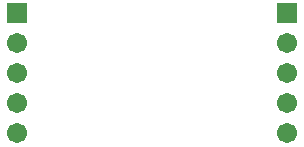
<source format=gbr>
G04 DipTrace 3.0.0.2*
G04 BottomMask.gbr*
%MOIN*%
G04 #@! TF.FileFunction,Soldermask,Bot*
G04 #@! TF.Part,Single*
%ADD27C,0.067087*%
%ADD29R,0.067087X0.067087*%
%FSLAX26Y26*%
G04*
G70*
G90*
G75*
G01*
G04 BotMask*
%LPD*%
D29*
X443963Y846528D3*
D27*
Y746528D3*
Y646528D3*
Y546528D3*
Y446528D3*
D29*
X1343963Y846528D3*
D27*
Y746528D3*
Y646528D3*
Y546528D3*
Y446528D3*
M02*

</source>
